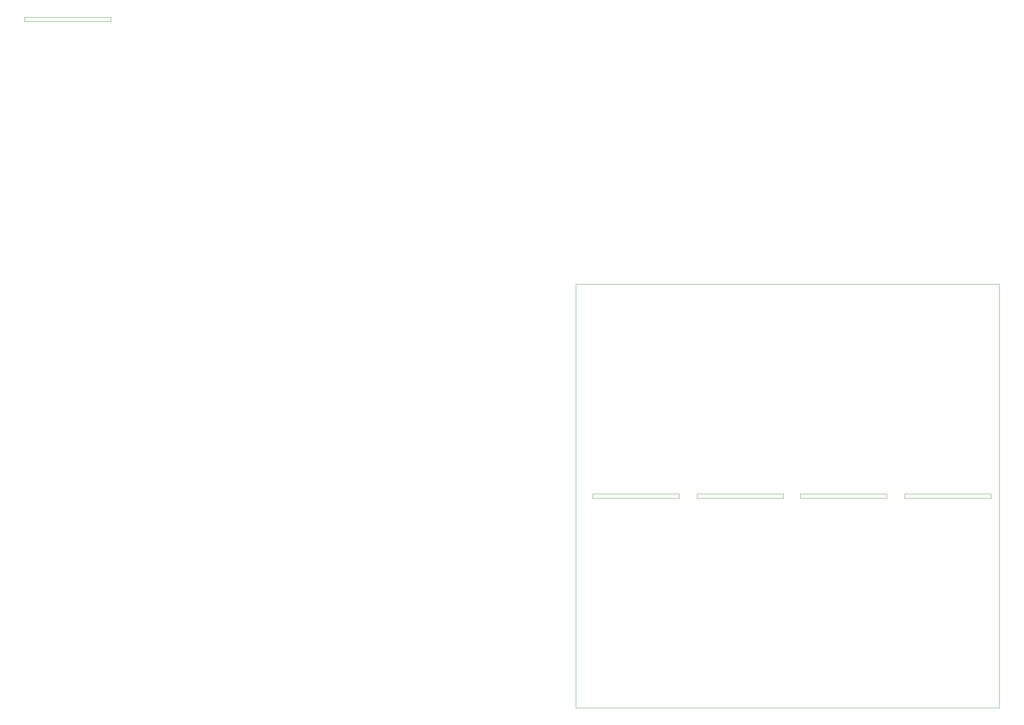
<source format=gm1>
G04 #@! TF.GenerationSoftware,KiCad,Pcbnew,(5.1.10)-1*
G04 #@! TF.CreationDate,2021-09-04T14:17:01-07:00*
G04 #@! TF.ProjectId,Motors,4d6f746f-7273-42e6-9b69-6361645f7063,rev?*
G04 #@! TF.SameCoordinates,Original*
G04 #@! TF.FileFunction,Profile,NP*
%FSLAX46Y46*%
G04 Gerber Fmt 4.6, Leading zero omitted, Abs format (unit mm)*
G04 Created by KiCad (PCBNEW (5.1.10)-1) date 2021-09-04 14:17:01*
%MOMM*%
%LPD*%
G01*
G04 APERTURE LIST*
G04 #@! TA.AperFunction,Profile*
%ADD10C,0.050000*%
G04 #@! TD*
G04 APERTURE END LIST*
D10*
X234225000Y-61925000D02*
X234225000Y-161925000D01*
X134225000Y-161925000D02*
X134225000Y-61925000D01*
X134225000Y-61925000D02*
X234225000Y-61925000D01*
X232200000Y-111400000D02*
X211800000Y-111400000D01*
X211800000Y-111400000D02*
X211800000Y-112400000D01*
X232200000Y-112400000D02*
X232200000Y-111400000D01*
X211800000Y-112400000D02*
X232200000Y-112400000D01*
X207600000Y-111400000D02*
X187200000Y-111400000D01*
X187200000Y-111400000D02*
X187200000Y-112400000D01*
X207600000Y-112400000D02*
X207600000Y-111400000D01*
X187200000Y-112400000D02*
X207600000Y-112400000D01*
X24400000Y1200000D02*
X4000000Y1200000D01*
X4000000Y1200000D02*
X4000000Y200000D01*
X24400000Y200000D02*
X24400000Y1200000D01*
X4000000Y200000D02*
X24400000Y200000D01*
X183200000Y-111400000D02*
X162800000Y-111400000D01*
X162800000Y-111400000D02*
X162800000Y-112400000D01*
X183200000Y-112400000D02*
X183200000Y-111400000D01*
X162800000Y-112400000D02*
X183200000Y-112400000D01*
X158600000Y-111400000D02*
X138200000Y-111400000D01*
X138200000Y-111400000D02*
X138200000Y-112400000D01*
X158600000Y-112400000D02*
X158600000Y-111400000D01*
X138200000Y-112400000D02*
X158600000Y-112400000D01*
X234225000Y-161925000D02*
X134225000Y-161925000D01*
M02*

</source>
